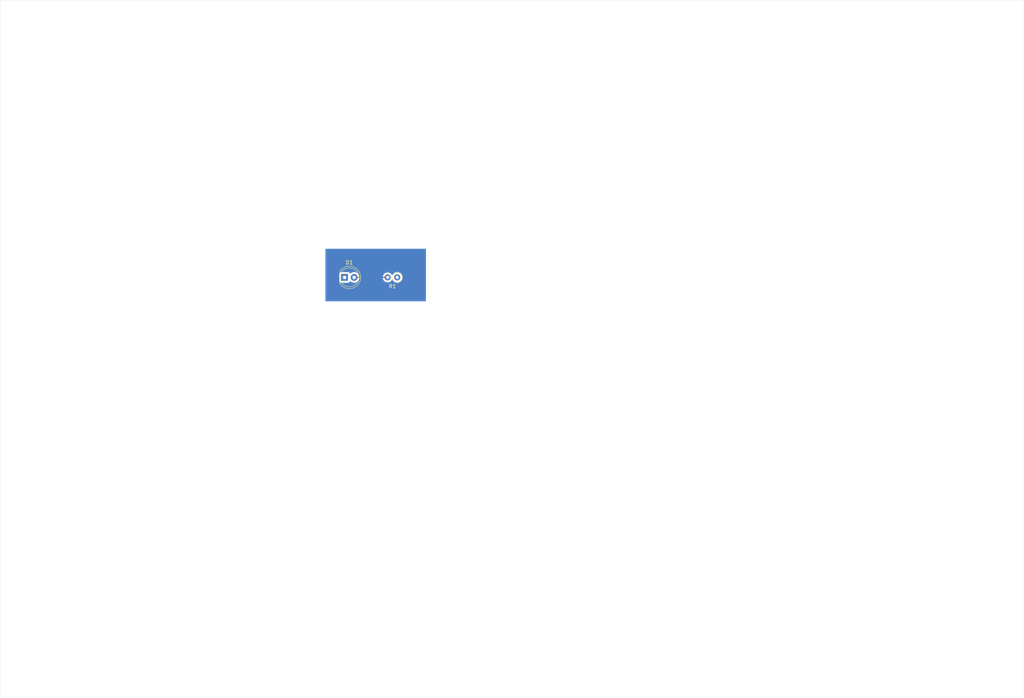
<source format=kicad_pcb>
(kicad_pcb (version 20171130) (host pcbnew 5.1.9-1)

  (general
    (thickness 1.6)
    (drawings 4)
    (tracks 1)
    (zones 0)
    (modules 2)
    (nets 4)
  )

  (page A4)
  (title_block
    (title test1)
  )

  (layers
    (0 F.Cu signal)
    (31 B.Cu signal)
    (32 B.Adhes user)
    (33 F.Adhes user)
    (34 B.Paste user)
    (35 F.Paste user)
    (36 B.SilkS user)
    (37 F.SilkS user)
    (38 B.Mask user)
    (39 F.Mask user)
    (40 Dwgs.User user)
    (41 Cmts.User user)
    (42 Eco1.User user)
    (43 Eco2.User user)
    (44 Edge.Cuts user)
    (45 Margin user)
    (46 B.CrtYd user)
    (47 F.CrtYd user)
    (48 B.Fab user)
    (49 F.Fab user)
  )

  (setup
    (last_trace_width 0.25)
    (trace_clearance 0.25)
    (zone_clearance 0.508)
    (zone_45_only no)
    (trace_min 0.2)
    (via_size 0.8)
    (via_drill 0.4)
    (via_min_size 0.4)
    (via_min_drill 0.3)
    (uvia_size 0.3)
    (uvia_drill 0.1)
    (uvias_allowed no)
    (uvia_min_size 0.2)
    (uvia_min_drill 0.1)
    (edge_width 0.05)
    (segment_width 0.2)
    (pcb_text_width 0.3)
    (pcb_text_size 1.5 1.5)
    (mod_edge_width 0.12)
    (mod_text_size 1 1)
    (mod_text_width 0.15)
    (pad_size 1.524 1.524)
    (pad_drill 0.762)
    (pad_to_mask_clearance 0)
    (aux_axis_origin 0 0)
    (visible_elements FFFFFF7F)
    (pcbplotparams
      (layerselection 0x010fc_ffffffff)
      (usegerberextensions false)
      (usegerberattributes true)
      (usegerberadvancedattributes true)
      (creategerberjobfile true)
      (excludeedgelayer true)
      (linewidth 0.100000)
      (plotframeref false)
      (viasonmask false)
      (mode 1)
      (useauxorigin false)
      (hpglpennumber 1)
      (hpglpenspeed 20)
      (hpglpendiameter 15.000000)
      (psnegative false)
      (psa4output false)
      (plotreference true)
      (plotvalue true)
      (plotinvisibletext false)
      (padsonsilk false)
      (subtractmaskfromsilk false)
      (outputformat 1)
      (mirror false)
      (drillshape 0)
      (scaleselection 1)
      (outputdirectory "drill/"))
  )

  (net 0 "")
  (net 1 "Net-(D1-Pad2)")
  (net 2 GND)
  (net 3 VCC)

  (net_class Default "This is the default net class."
    (clearance 0.25)
    (trace_width 0.25)
    (via_dia 0.8)
    (via_drill 0.4)
    (uvia_dia 0.3)
    (uvia_drill 0.1)
    (add_net GND)
    (add_net "Net-(D1-Pad2)")
    (add_net VCC)
  )

  (module Resistor_THT:R_Axial_DIN0207_L6.3mm_D2.5mm_P2.54mm_Vertical (layer F.Cu) (tedit 5AE5139B) (tstamp 60A03A39)
    (at 118.11 86.36 180)
    (descr "Resistor, Axial_DIN0207 series, Axial, Vertical, pin pitch=2.54mm, 0.25W = 1/4W, length*diameter=6.3*2.5mm^2, http://cdn-reichelt.de/documents/datenblatt/B400/1_4W%23YAG.pdf")
    (tags "Resistor Axial_DIN0207 series Axial Vertical pin pitch 2.54mm 0.25W = 1/4W length 6.3mm diameter 2.5mm")
    (path /60A06C9B)
    (fp_text reference R1 (at 1.27 -2.37) (layer F.SilkS)
      (effects (font (size 1 1) (thickness 0.15)))
    )
    (fp_text value "1 k" (at 1.27 2.37) (layer F.Fab)
      (effects (font (size 1 1) (thickness 0.15)))
    )
    (fp_circle (center 0 0) (end 1.25 0) (layer F.Fab) (width 0.1))
    (fp_circle (center 0 0) (end 1.37 0) (layer F.SilkS) (width 0.12))
    (fp_line (start 0 0) (end 2.54 0) (layer F.Fab) (width 0.1))
    (fp_line (start 1.37 0) (end 1.44 0) (layer F.SilkS) (width 0.12))
    (fp_line (start -1.5 -1.5) (end -1.5 1.5) (layer F.CrtYd) (width 0.05))
    (fp_line (start -1.5 1.5) (end 3.59 1.5) (layer F.CrtYd) (width 0.05))
    (fp_line (start 3.59 1.5) (end 3.59 -1.5) (layer F.CrtYd) (width 0.05))
    (fp_line (start 3.59 -1.5) (end -1.5 -1.5) (layer F.CrtYd) (width 0.05))
    (fp_text user %R (at 1.27 -2.37) (layer F.Fab)
      (effects (font (size 1 1) (thickness 0.15)))
    )
    (pad 2 thru_hole oval (at 2.54 0 180) (size 1.6 1.6) (drill 0.8) (layers *.Cu *.Mask)
      (net 1 "Net-(D1-Pad2)"))
    (pad 1 thru_hole circle (at 0 0 180) (size 1.6 1.6) (drill 0.8) (layers *.Cu *.Mask)
      (net 3 VCC))
    (model ${KISYS3DMOD}/Resistor_THT.3dshapes/R_Axial_DIN0207_L6.3mm_D2.5mm_P2.54mm_Vertical.wrl
      (at (xyz 0 0 0))
      (scale (xyz 1 1 1))
      (rotate (xyz 0 0 0))
    )
  )

  (module LED_THT:LED_D5.0mm (layer F.Cu) (tedit 5995936A) (tstamp 60A03A2A)
    (at 104.14 86.36)
    (descr "LED, diameter 5.0mm, 2 pins, http://cdn-reichelt.de/documents/datenblatt/A500/LL-504BC2E-009.pdf")
    (tags "LED diameter 5.0mm 2 pins")
    (path /60A07E0E)
    (fp_text reference D1 (at 1.27 -3.96) (layer F.SilkS)
      (effects (font (size 1 1) (thickness 0.15)))
    )
    (fp_text value LED (at 1.27 3.96) (layer F.Fab)
      (effects (font (size 1 1) (thickness 0.15)))
    )
    (fp_circle (center 1.27 0) (end 3.77 0) (layer F.Fab) (width 0.1))
    (fp_circle (center 1.27 0) (end 3.77 0) (layer F.SilkS) (width 0.12))
    (fp_line (start -1.23 -1.469694) (end -1.23 1.469694) (layer F.Fab) (width 0.1))
    (fp_line (start -1.29 -1.545) (end -1.29 1.545) (layer F.SilkS) (width 0.12))
    (fp_line (start -1.95 -3.25) (end -1.95 3.25) (layer F.CrtYd) (width 0.05))
    (fp_line (start -1.95 3.25) (end 4.5 3.25) (layer F.CrtYd) (width 0.05))
    (fp_line (start 4.5 3.25) (end 4.5 -3.25) (layer F.CrtYd) (width 0.05))
    (fp_line (start 4.5 -3.25) (end -1.95 -3.25) (layer F.CrtYd) (width 0.05))
    (fp_text user %R (at 1.25 0) (layer F.Fab)
      (effects (font (size 0.8 0.8) (thickness 0.2)))
    )
    (fp_arc (start 1.27 0) (end -1.29 1.54483) (angle -148.9) (layer F.SilkS) (width 0.12))
    (fp_arc (start 1.27 0) (end -1.29 -1.54483) (angle 148.9) (layer F.SilkS) (width 0.12))
    (fp_arc (start 1.27 0) (end -1.23 -1.469694) (angle 299.1) (layer F.Fab) (width 0.1))
    (pad 2 thru_hole circle (at 2.54 0) (size 1.8 1.8) (drill 0.9) (layers *.Cu *.Mask)
      (net 1 "Net-(D1-Pad2)"))
    (pad 1 thru_hole rect (at 0 0) (size 1.8 1.8) (drill 0.9) (layers *.Cu *.Mask)
      (net 2 GND))
    (model ${KISYS3DMOD}/LED_THT.3dshapes/LED_D5.0mm.wrl
      (at (xyz 0 0 0))
      (scale (xyz 1 1 1))
      (rotate (xyz 0 0 0))
    )
  )

  (gr_line (start 12.7 198.12) (end 12.7 12.7) (layer Edge.Cuts) (width 0.05))
  (gr_line (start 284.48 198.12) (end 12.7 198.12) (layer Edge.Cuts) (width 0.05))
  (gr_line (start 284.48 12.7) (end 284.48 198.12) (layer Edge.Cuts) (width 0.05))
  (gr_line (start 12.7 12.7) (end 284.48 12.7) (layer Edge.Cuts) (width 0.05))

  (segment (start 106.68 86.36) (end 115.57 86.36) (width 0.25) (layer F.Cu) (net 1))

  (zone (net 0) (net_name "") (layer B.Cu) (tstamp 609FE239) (hatch edge 0.508)
    (connect_pads (clearance 0.508))
    (min_thickness 0.254)
    (fill yes (arc_segments 32) (thermal_gap 0.508) (thermal_bridge_width 0.508))
    (polygon
      (pts
        (xy 125.73 92.71) (xy 99.06 92.71) (xy 99.06 78.74) (xy 125.73 78.74)
      )
    )
    (filled_polygon
      (pts
        (xy 125.603 92.583) (xy 99.187 92.583) (xy 99.187 85.46) (xy 102.601928 85.46) (xy 102.601928 87.26)
        (xy 102.614188 87.384482) (xy 102.650498 87.50418) (xy 102.709463 87.614494) (xy 102.788815 87.711185) (xy 102.885506 87.790537)
        (xy 102.99582 87.849502) (xy 103.115518 87.885812) (xy 103.24 87.898072) (xy 105.04 87.898072) (xy 105.164482 87.885812)
        (xy 105.28418 87.849502) (xy 105.394494 87.790537) (xy 105.491185 87.711185) (xy 105.570537 87.614494) (xy 105.629502 87.50418)
        (xy 105.635056 87.485873) (xy 105.701495 87.552312) (xy 105.952905 87.720299) (xy 106.232257 87.836011) (xy 106.528816 87.895)
        (xy 106.831184 87.895) (xy 107.127743 87.836011) (xy 107.407095 87.720299) (xy 107.658505 87.552312) (xy 107.872312 87.338505)
        (xy 108.040299 87.087095) (xy 108.156011 86.807743) (xy 108.215 86.511184) (xy 108.215 86.218665) (xy 114.135 86.218665)
        (xy 114.135 86.501335) (xy 114.190147 86.778574) (xy 114.29832 87.039727) (xy 114.455363 87.274759) (xy 114.655241 87.474637)
        (xy 114.890273 87.63168) (xy 115.151426 87.739853) (xy 115.428665 87.795) (xy 115.711335 87.795) (xy 115.988574 87.739853)
        (xy 116.249727 87.63168) (xy 116.484759 87.474637) (xy 116.684637 87.274759) (xy 116.84 87.042241) (xy 116.995363 87.274759)
        (xy 117.195241 87.474637) (xy 117.430273 87.63168) (xy 117.691426 87.739853) (xy 117.968665 87.795) (xy 118.251335 87.795)
        (xy 118.528574 87.739853) (xy 118.789727 87.63168) (xy 119.024759 87.474637) (xy 119.224637 87.274759) (xy 119.38168 87.039727)
        (xy 119.489853 86.778574) (xy 119.545 86.501335) (xy 119.545 86.218665) (xy 119.489853 85.941426) (xy 119.38168 85.680273)
        (xy 119.224637 85.445241) (xy 119.024759 85.245363) (xy 118.789727 85.08832) (xy 118.528574 84.980147) (xy 118.251335 84.925)
        (xy 117.968665 84.925) (xy 117.691426 84.980147) (xy 117.430273 85.08832) (xy 117.195241 85.245363) (xy 116.995363 85.445241)
        (xy 116.84 85.677759) (xy 116.684637 85.445241) (xy 116.484759 85.245363) (xy 116.249727 85.08832) (xy 115.988574 84.980147)
        (xy 115.711335 84.925) (xy 115.428665 84.925) (xy 115.151426 84.980147) (xy 114.890273 85.08832) (xy 114.655241 85.245363)
        (xy 114.455363 85.445241) (xy 114.29832 85.680273) (xy 114.190147 85.941426) (xy 114.135 86.218665) (xy 108.215 86.218665)
        (xy 108.215 86.208816) (xy 108.156011 85.912257) (xy 108.040299 85.632905) (xy 107.872312 85.381495) (xy 107.658505 85.167688)
        (xy 107.407095 84.999701) (xy 107.127743 84.883989) (xy 106.831184 84.825) (xy 106.528816 84.825) (xy 106.232257 84.883989)
        (xy 105.952905 84.999701) (xy 105.701495 85.167688) (xy 105.635056 85.234127) (xy 105.629502 85.21582) (xy 105.570537 85.105506)
        (xy 105.491185 85.008815) (xy 105.394494 84.929463) (xy 105.28418 84.870498) (xy 105.164482 84.834188) (xy 105.04 84.821928)
        (xy 103.24 84.821928) (xy 103.115518 84.834188) (xy 102.99582 84.870498) (xy 102.885506 84.929463) (xy 102.788815 85.008815)
        (xy 102.709463 85.105506) (xy 102.650498 85.21582) (xy 102.614188 85.335518) (xy 102.601928 85.46) (xy 99.187 85.46)
        (xy 99.187 78.867) (xy 125.603 78.867)
      )
    )
  )
)

</source>
